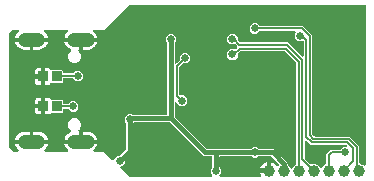
<source format=gbr>
G04 EAGLE Gerber RS-274X export*
G75*
%MOMM*%
%FSLAX34Y34*%
%LPD*%
%INBottom Copper*%
%IPPOS*%
%AMOC8*
5,1,8,0,0,1.08239X$1,22.5*%
G01*
%ADD10C,1.158000*%
%ADD11R,0.850000X0.900000*%
%ADD12C,1.000000*%
%ADD13C,0.656400*%
%ADD14C,0.200000*%
%ADD15C,0.406400*%

G36*
X241947Y8380D02*
X241947Y8380D01*
X242056Y8391D01*
X242086Y8403D01*
X242118Y8408D01*
X242217Y8455D01*
X242318Y8495D01*
X242343Y8515D01*
X242373Y8529D01*
X242454Y8602D01*
X242540Y8669D01*
X242559Y8695D01*
X242583Y8716D01*
X242630Y8794D01*
X242705Y8897D01*
X242722Y8943D01*
X242744Y8980D01*
X243149Y9958D01*
X244842Y11651D01*
X245616Y11972D01*
X245624Y11976D01*
X245634Y11979D01*
X245747Y12049D01*
X245859Y12115D01*
X245866Y12122D01*
X245874Y12127D01*
X245962Y12225D01*
X246052Y12321D01*
X246056Y12329D01*
X246063Y12336D01*
X246120Y12454D01*
X246180Y12572D01*
X246182Y12582D01*
X246186Y12590D01*
X246198Y12666D01*
X246232Y12849D01*
X246230Y12873D01*
X246233Y12895D01*
X246233Y97501D01*
X246225Y97559D01*
X246225Y97569D01*
X246222Y97579D01*
X246220Y97596D01*
X246215Y97692D01*
X246200Y97735D01*
X246193Y97780D01*
X246154Y97867D01*
X246122Y97958D01*
X246097Y97993D01*
X246077Y98037D01*
X245994Y98134D01*
X245941Y98207D01*
X236457Y107691D01*
X236381Y107748D01*
X236309Y107813D01*
X236268Y107833D01*
X236232Y107860D01*
X236142Y107894D01*
X236055Y107936D01*
X236013Y107942D01*
X235968Y107959D01*
X235840Y107969D01*
X235751Y107983D01*
X199249Y107983D01*
X199154Y107970D01*
X199058Y107965D01*
X199015Y107950D01*
X198970Y107943D01*
X198883Y107904D01*
X198792Y107872D01*
X198757Y107847D01*
X198713Y107827D01*
X198616Y107744D01*
X198543Y107691D01*
X196591Y105739D01*
X196534Y105663D01*
X196469Y105591D01*
X196449Y105550D01*
X196422Y105514D01*
X196388Y105424D01*
X196346Y105337D01*
X196340Y105295D01*
X196323Y105250D01*
X196313Y105122D01*
X196299Y105033D01*
X196299Y103219D01*
X193781Y100701D01*
X190219Y100701D01*
X187701Y103219D01*
X187701Y106781D01*
X190219Y109299D01*
X194033Y109299D01*
X194128Y109312D01*
X194224Y109317D01*
X194267Y109332D01*
X194312Y109339D01*
X194399Y109378D01*
X194490Y109410D01*
X194525Y109435D01*
X194569Y109455D01*
X194666Y109538D01*
X194739Y109591D01*
X195691Y110543D01*
X195941Y110793D01*
X195980Y110845D01*
X196026Y110890D01*
X196064Y110957D01*
X196111Y111019D01*
X196133Y111079D01*
X196165Y111135D01*
X196183Y111210D01*
X196210Y111283D01*
X196215Y111347D01*
X196230Y111410D01*
X196226Y111487D01*
X196232Y111564D01*
X196219Y111627D01*
X196216Y111691D01*
X196190Y111764D01*
X196174Y111840D01*
X196144Y111897D01*
X196123Y111958D01*
X196082Y112014D01*
X196042Y112089D01*
X195983Y112150D01*
X195941Y112207D01*
X195522Y112626D01*
X194739Y113409D01*
X194663Y113466D01*
X194591Y113531D01*
X194550Y113551D01*
X194514Y113578D01*
X194424Y113612D01*
X194337Y113654D01*
X194295Y113660D01*
X194250Y113677D01*
X194122Y113687D01*
X194033Y113701D01*
X190219Y113701D01*
X187701Y116219D01*
X187701Y119781D01*
X190219Y122299D01*
X193781Y122299D01*
X196299Y119781D01*
X196299Y117967D01*
X196312Y117872D01*
X196317Y117776D01*
X196332Y117733D01*
X196339Y117688D01*
X196378Y117601D01*
X196410Y117510D01*
X196435Y117475D01*
X196455Y117431D01*
X196538Y117334D01*
X196591Y117261D01*
X198374Y115478D01*
X198451Y115421D01*
X198522Y115356D01*
X198563Y115336D01*
X198599Y115309D01*
X198689Y115275D01*
X198776Y115233D01*
X198818Y115227D01*
X198863Y115209D01*
X198991Y115200D01*
X199080Y115186D01*
X238932Y115186D01*
X240406Y113712D01*
X250559Y103558D01*
X250585Y103539D01*
X250606Y103514D01*
X250698Y103454D01*
X250785Y103389D01*
X250815Y103377D01*
X250842Y103360D01*
X250947Y103328D01*
X251049Y103289D01*
X251081Y103287D01*
X251112Y103277D01*
X251221Y103276D01*
X251330Y103267D01*
X251362Y103274D01*
X251394Y103273D01*
X251499Y103303D01*
X251606Y103325D01*
X251635Y103340D01*
X251666Y103349D01*
X251759Y103406D01*
X251855Y103457D01*
X251878Y103480D01*
X251906Y103497D01*
X251979Y103578D01*
X252057Y103654D01*
X252073Y103682D01*
X252095Y103706D01*
X252142Y103804D01*
X252196Y103900D01*
X252204Y103931D01*
X252218Y103960D01*
X252232Y104049D01*
X252261Y104174D01*
X252259Y104222D01*
X252265Y104265D01*
X252265Y115774D01*
X252261Y115805D01*
X252263Y115838D01*
X252241Y115945D01*
X252225Y116053D01*
X252212Y116082D01*
X252206Y116114D01*
X252154Y116210D01*
X252109Y116310D01*
X252088Y116334D01*
X252073Y116363D01*
X251997Y116441D01*
X251926Y116524D01*
X251899Y116542D01*
X251876Y116565D01*
X251781Y116619D01*
X251690Y116678D01*
X251659Y116688D01*
X251631Y116704D01*
X251525Y116729D01*
X251420Y116761D01*
X251388Y116761D01*
X251356Y116769D01*
X251247Y116763D01*
X251138Y116765D01*
X251107Y116756D01*
X251075Y116754D01*
X250972Y116719D01*
X250909Y116701D01*
X247219Y116701D01*
X244701Y119219D01*
X244701Y122781D01*
X245198Y123277D01*
X245217Y123303D01*
X245242Y123324D01*
X245302Y123416D01*
X245367Y123503D01*
X245379Y123533D01*
X245396Y123560D01*
X245428Y123665D01*
X245467Y123767D01*
X245469Y123799D01*
X245479Y123830D01*
X245480Y123939D01*
X245489Y124048D01*
X245482Y124080D01*
X245483Y124112D01*
X245453Y124217D01*
X245431Y124324D01*
X245416Y124353D01*
X245407Y124384D01*
X245350Y124477D01*
X245299Y124573D01*
X245276Y124596D01*
X245259Y124624D01*
X245178Y124697D01*
X245102Y124775D01*
X245074Y124791D01*
X245050Y124813D01*
X244952Y124860D01*
X244857Y124914D01*
X244825Y124922D01*
X244796Y124936D01*
X244707Y124950D01*
X244582Y124979D01*
X244534Y124977D01*
X244492Y124983D01*
X215477Y124983D01*
X215382Y124970D01*
X215285Y124965D01*
X215242Y124950D01*
X215197Y124943D01*
X215110Y124904D01*
X215019Y124872D01*
X214985Y124847D01*
X214940Y124827D01*
X214843Y124744D01*
X214770Y124691D01*
X212781Y122701D01*
X209219Y122701D01*
X206701Y125219D01*
X206701Y128781D01*
X209219Y131299D01*
X212781Y131299D01*
X214770Y129309D01*
X214847Y129252D01*
X214918Y129187D01*
X214959Y129167D01*
X214996Y129140D01*
X215086Y129106D01*
X215172Y129064D01*
X215214Y129058D01*
X215259Y129041D01*
X215387Y129031D01*
X215477Y129017D01*
X252133Y129017D01*
X259315Y121835D01*
X259315Y37951D01*
X259328Y37856D01*
X259333Y37760D01*
X259348Y37717D01*
X259355Y37672D01*
X259394Y37585D01*
X259426Y37494D01*
X259451Y37459D01*
X259471Y37415D01*
X259554Y37318D01*
X259607Y37245D01*
X261043Y35809D01*
X261119Y35752D01*
X261191Y35687D01*
X261232Y35667D01*
X261268Y35640D01*
X261358Y35606D01*
X261445Y35564D01*
X261487Y35558D01*
X261532Y35541D01*
X261660Y35531D01*
X261749Y35517D01*
X291335Y35517D01*
X299117Y27735D01*
X299117Y13666D01*
X299126Y13602D01*
X299125Y13538D01*
X299146Y13463D01*
X299157Y13387D01*
X299183Y13328D01*
X299200Y13266D01*
X299241Y13200D01*
X299273Y13130D01*
X299315Y13081D01*
X299348Y13026D01*
X299406Y12974D01*
X299456Y12916D01*
X299510Y12880D01*
X299558Y12837D01*
X299627Y12804D01*
X299692Y12761D01*
X299754Y12742D01*
X299811Y12714D01*
X299881Y12703D01*
X299962Y12679D01*
X300047Y12678D01*
X300116Y12667D01*
X300297Y12667D01*
X302508Y11751D01*
X303031Y11227D01*
X303057Y11208D01*
X303078Y11184D01*
X303170Y11124D01*
X303257Y11058D01*
X303287Y11047D01*
X303314Y11029D01*
X303419Y10997D01*
X303521Y10959D01*
X303553Y10956D01*
X303584Y10947D01*
X303693Y10945D01*
X303802Y10937D01*
X303834Y10943D01*
X303866Y10943D01*
X303971Y10972D01*
X304078Y10994D01*
X304107Y11010D01*
X304138Y11018D01*
X304231Y11076D01*
X304327Y11127D01*
X304350Y11149D01*
X304378Y11166D01*
X304451Y11247D01*
X304529Y11324D01*
X304545Y11352D01*
X304567Y11376D01*
X304614Y11474D01*
X304668Y11569D01*
X304676Y11601D01*
X304690Y11629D01*
X304704Y11719D01*
X304733Y11844D01*
X304731Y11892D01*
X304737Y11934D01*
X304737Y146238D01*
X304728Y146302D01*
X304729Y146366D01*
X304708Y146441D01*
X304697Y146517D01*
X304671Y146576D01*
X304654Y146638D01*
X304613Y146704D01*
X304581Y146774D01*
X304539Y146823D01*
X304506Y146878D01*
X304448Y146930D01*
X304398Y146988D01*
X304344Y147024D01*
X304296Y147067D01*
X304227Y147100D01*
X304162Y147143D01*
X304100Y147162D01*
X304043Y147190D01*
X303973Y147201D01*
X303892Y147225D01*
X303807Y147226D01*
X303738Y147237D01*
X105308Y147237D01*
X105213Y147224D01*
X105117Y147219D01*
X105074Y147204D01*
X105029Y147197D01*
X104942Y147158D01*
X104851Y147126D01*
X104816Y147101D01*
X104772Y147081D01*
X104675Y146998D01*
X104602Y146945D01*
X83644Y125987D01*
X75027Y125987D01*
X74899Y125969D01*
X74769Y125954D01*
X74759Y125949D01*
X74748Y125947D01*
X74630Y125894D01*
X74510Y125843D01*
X74501Y125836D01*
X74491Y125831D01*
X74392Y125747D01*
X74292Y125665D01*
X74285Y125655D01*
X74276Y125648D01*
X74205Y125539D01*
X74132Y125432D01*
X74128Y125422D01*
X74122Y125412D01*
X74084Y125288D01*
X74043Y125164D01*
X74043Y125153D01*
X74040Y125142D01*
X74038Y125013D01*
X74033Y124883D01*
X74036Y124871D01*
X74036Y124860D01*
X74070Y124735D01*
X74102Y124609D01*
X74108Y124599D01*
X74111Y124588D01*
X74179Y124478D01*
X74245Y124366D01*
X74253Y124359D01*
X74259Y124348D01*
X74469Y124159D01*
X74470Y124158D01*
X74472Y124157D01*
X74751Y123971D01*
X75911Y122811D01*
X76823Y121446D01*
X77451Y119930D01*
X77611Y119124D01*
X64275Y119124D01*
X64212Y119115D01*
X64147Y119116D01*
X64073Y119095D01*
X63996Y119084D01*
X63938Y119058D01*
X63876Y119041D01*
X63810Y119000D01*
X63739Y118968D01*
X63690Y118926D01*
X63647Y118900D01*
X63631Y118911D01*
X63583Y118954D01*
X63514Y118987D01*
X63449Y119030D01*
X63387Y119049D01*
X63329Y119077D01*
X63260Y119088D01*
X63179Y119112D01*
X63094Y119113D01*
X63025Y119124D01*
X49689Y119124D01*
X49849Y119930D01*
X50477Y121446D01*
X51389Y122811D01*
X52549Y123971D01*
X52828Y124157D01*
X52925Y124244D01*
X53024Y124328D01*
X53030Y124338D01*
X53038Y124345D01*
X53106Y124455D01*
X53178Y124564D01*
X53181Y124575D01*
X53187Y124585D01*
X53222Y124710D01*
X53260Y124834D01*
X53261Y124845D01*
X53264Y124856D01*
X53262Y124986D01*
X53264Y125116D01*
X53261Y125127D01*
X53261Y125138D01*
X53224Y125262D01*
X53189Y125388D01*
X53183Y125397D01*
X53180Y125408D01*
X53109Y125517D01*
X53041Y125628D01*
X53032Y125635D01*
X53026Y125645D01*
X52928Y125730D01*
X52831Y125817D01*
X52821Y125822D01*
X52813Y125829D01*
X52694Y125883D01*
X52578Y125940D01*
X52567Y125941D01*
X52556Y125946D01*
X52277Y125987D01*
X52275Y125987D01*
X52273Y125987D01*
X33227Y125987D01*
X33099Y125969D01*
X32969Y125954D01*
X32959Y125949D01*
X32948Y125947D01*
X32830Y125894D01*
X32710Y125843D01*
X32701Y125836D01*
X32691Y125831D01*
X32592Y125747D01*
X32492Y125665D01*
X32485Y125655D01*
X32476Y125648D01*
X32405Y125539D01*
X32332Y125432D01*
X32328Y125422D01*
X32322Y125412D01*
X32284Y125288D01*
X32243Y125164D01*
X32243Y125153D01*
X32240Y125142D01*
X32238Y125013D01*
X32233Y124883D01*
X32236Y124871D01*
X32236Y124860D01*
X32270Y124735D01*
X32302Y124609D01*
X32308Y124599D01*
X32311Y124588D01*
X32379Y124478D01*
X32445Y124366D01*
X32453Y124359D01*
X32459Y124348D01*
X32669Y124159D01*
X32670Y124158D01*
X32672Y124157D01*
X32951Y123971D01*
X34111Y122811D01*
X35023Y121446D01*
X35651Y119930D01*
X35811Y119124D01*
X22475Y119124D01*
X22412Y119115D01*
X22347Y119116D01*
X22273Y119095D01*
X22196Y119084D01*
X22138Y119058D01*
X22076Y119041D01*
X22010Y119000D01*
X21939Y118968D01*
X21890Y118926D01*
X21847Y118900D01*
X21831Y118911D01*
X21783Y118954D01*
X21714Y118987D01*
X21649Y119030D01*
X21587Y119049D01*
X21529Y119077D01*
X21460Y119088D01*
X21379Y119112D01*
X21294Y119113D01*
X21225Y119124D01*
X7889Y119124D01*
X8049Y119930D01*
X8677Y121446D01*
X9589Y122811D01*
X10749Y123971D01*
X11028Y124157D01*
X11125Y124244D01*
X11224Y124328D01*
X11230Y124338D01*
X11238Y124345D01*
X11306Y124455D01*
X11378Y124564D01*
X11381Y124575D01*
X11387Y124585D01*
X11422Y124710D01*
X11460Y124834D01*
X11461Y124845D01*
X11464Y124856D01*
X11462Y124986D01*
X11464Y125116D01*
X11461Y125127D01*
X11461Y125138D01*
X11424Y125262D01*
X11389Y125388D01*
X11383Y125397D01*
X11380Y125408D01*
X11309Y125517D01*
X11241Y125628D01*
X11232Y125635D01*
X11226Y125645D01*
X11128Y125730D01*
X11031Y125817D01*
X11021Y125822D01*
X11013Y125829D01*
X10894Y125883D01*
X10778Y125940D01*
X10767Y125941D01*
X10756Y125946D01*
X10477Y125987D01*
X10475Y125987D01*
X10473Y125987D01*
X6558Y125987D01*
X6463Y125974D01*
X6367Y125969D01*
X6324Y125954D01*
X6279Y125947D01*
X6191Y125908D01*
X6101Y125876D01*
X6066Y125851D01*
X6022Y125831D01*
X5925Y125748D01*
X5852Y125695D01*
X3055Y122898D01*
X2998Y122821D01*
X2933Y122750D01*
X2913Y122709D01*
X2886Y122673D01*
X2852Y122583D01*
X2810Y122496D01*
X2804Y122454D01*
X2787Y122409D01*
X2777Y122281D01*
X2763Y122192D01*
X2763Y26558D01*
X2776Y26463D01*
X2781Y26367D01*
X2796Y26324D01*
X2803Y26279D01*
X2842Y26192D01*
X2874Y26101D01*
X2899Y26066D01*
X2919Y26022D01*
X3002Y25925D01*
X3055Y25852D01*
X5852Y23055D01*
X5928Y22998D01*
X6000Y22933D01*
X6041Y22913D01*
X6077Y22886D01*
X6167Y22852D01*
X6254Y22810D01*
X6296Y22804D01*
X6341Y22787D01*
X6469Y22777D01*
X6558Y22763D01*
X10249Y22763D01*
X10377Y22781D01*
X10506Y22796D01*
X10517Y22801D01*
X10528Y22803D01*
X10646Y22856D01*
X10766Y22907D01*
X10774Y22914D01*
X10785Y22919D01*
X10883Y23003D01*
X10984Y23085D01*
X10990Y23095D01*
X10999Y23102D01*
X11070Y23211D01*
X11144Y23318D01*
X11147Y23329D01*
X11154Y23338D01*
X11191Y23462D01*
X11232Y23586D01*
X11233Y23597D01*
X11236Y23608D01*
X11238Y23738D01*
X11242Y23867D01*
X11239Y23878D01*
X11240Y23890D01*
X11205Y24015D01*
X11173Y24141D01*
X11167Y24151D01*
X11164Y24162D01*
X11096Y24272D01*
X11031Y24384D01*
X11023Y24391D01*
X11016Y24402D01*
X10807Y24591D01*
X10805Y24592D01*
X10804Y24593D01*
X10749Y24629D01*
X9589Y25789D01*
X8677Y27154D01*
X8049Y28670D01*
X7889Y29476D01*
X21225Y29476D01*
X21288Y29485D01*
X21353Y29484D01*
X21427Y29505D01*
X21504Y29516D01*
X21562Y29542D01*
X21624Y29559D01*
X21690Y29600D01*
X21761Y29632D01*
X21810Y29673D01*
X21853Y29700D01*
X21869Y29689D01*
X21917Y29646D01*
X21986Y29613D01*
X22051Y29570D01*
X22113Y29551D01*
X22171Y29523D01*
X22240Y29512D01*
X22321Y29488D01*
X22406Y29487D01*
X22475Y29476D01*
X35811Y29476D01*
X35651Y28670D01*
X35023Y27154D01*
X34111Y25789D01*
X32951Y24629D01*
X32896Y24593D01*
X32799Y24506D01*
X32701Y24422D01*
X32695Y24412D01*
X32686Y24405D01*
X32618Y24295D01*
X32546Y24186D01*
X32543Y24175D01*
X32537Y24165D01*
X32502Y24040D01*
X32464Y23916D01*
X32464Y23905D01*
X32461Y23894D01*
X32462Y23762D01*
X32460Y23634D01*
X32463Y23623D01*
X32463Y23612D01*
X32501Y23487D01*
X32536Y23362D01*
X32542Y23353D01*
X32545Y23342D01*
X32615Y23233D01*
X32684Y23122D01*
X32692Y23115D01*
X32698Y23105D01*
X32797Y23020D01*
X32893Y22933D01*
X32903Y22928D01*
X32912Y22921D01*
X33030Y22867D01*
X33147Y22810D01*
X33157Y22809D01*
X33168Y22804D01*
X33447Y22763D01*
X33450Y22763D01*
X33451Y22763D01*
X52049Y22763D01*
X52177Y22781D01*
X52306Y22797D01*
X52317Y22801D01*
X52328Y22803D01*
X52446Y22856D01*
X52566Y22907D01*
X52575Y22914D01*
X52585Y22919D01*
X52683Y23003D01*
X52784Y23085D01*
X52790Y23095D01*
X52799Y23102D01*
X52870Y23210D01*
X52944Y23318D01*
X52947Y23329D01*
X52954Y23338D01*
X52992Y23462D01*
X53032Y23586D01*
X53033Y23597D01*
X53036Y23608D01*
X53038Y23738D01*
X53042Y23868D01*
X53040Y23879D01*
X53040Y23890D01*
X53005Y24015D01*
X52973Y24141D01*
X52968Y24151D01*
X52964Y24162D01*
X52896Y24272D01*
X52831Y24384D01*
X52823Y24392D01*
X52816Y24402D01*
X52607Y24591D01*
X52605Y24592D01*
X52604Y24593D01*
X52549Y24629D01*
X51389Y25789D01*
X50477Y27154D01*
X49849Y28670D01*
X49689Y29476D01*
X63025Y29476D01*
X63088Y29485D01*
X63153Y29484D01*
X63227Y29505D01*
X63304Y29516D01*
X63362Y29542D01*
X63424Y29559D01*
X63490Y29600D01*
X63561Y29632D01*
X63610Y29673D01*
X63653Y29700D01*
X63669Y29689D01*
X63717Y29646D01*
X63786Y29613D01*
X63851Y29570D01*
X63913Y29551D01*
X63971Y29523D01*
X64040Y29512D01*
X64121Y29488D01*
X64206Y29487D01*
X64275Y29476D01*
X77611Y29476D01*
X77451Y28670D01*
X76823Y27154D01*
X75911Y25789D01*
X74751Y24629D01*
X74696Y24593D01*
X74599Y24506D01*
X74501Y24422D01*
X74495Y24412D01*
X74486Y24405D01*
X74418Y24295D01*
X74346Y24186D01*
X74343Y24175D01*
X74337Y24165D01*
X74302Y24040D01*
X74264Y23916D01*
X74264Y23905D01*
X74261Y23894D01*
X74262Y23764D01*
X74260Y23634D01*
X74263Y23623D01*
X74263Y23612D01*
X74301Y23488D01*
X74336Y23362D01*
X74341Y23353D01*
X74345Y23342D01*
X74415Y23233D01*
X74484Y23122D01*
X74492Y23115D01*
X74498Y23105D01*
X74596Y23021D01*
X74693Y22933D01*
X74703Y22928D01*
X74712Y22921D01*
X74830Y22867D01*
X74947Y22810D01*
X74957Y22809D01*
X74968Y22804D01*
X75247Y22763D01*
X75249Y22763D01*
X75251Y22763D01*
X83644Y22763D01*
X90387Y16020D01*
X90412Y16001D01*
X90433Y15976D01*
X90525Y15917D01*
X90612Y15851D01*
X90642Y15840D01*
X90669Y15822D01*
X90774Y15790D01*
X90876Y15752D01*
X90908Y15749D01*
X90939Y15740D01*
X91048Y15738D01*
X91157Y15730D01*
X91189Y15736D01*
X91221Y15736D01*
X91327Y15765D01*
X91433Y15787D01*
X91462Y15802D01*
X91493Y15811D01*
X91586Y15869D01*
X91682Y15920D01*
X91706Y15942D01*
X91733Y15959D01*
X91806Y16040D01*
X91884Y16117D01*
X91900Y16145D01*
X91922Y16169D01*
X91970Y16267D01*
X92024Y16362D01*
X92031Y16393D01*
X92045Y16422D01*
X92059Y16512D01*
X92088Y16636D01*
X92086Y16685D01*
X92093Y16727D01*
X92093Y16774D01*
X94611Y19292D01*
X95965Y19292D01*
X96059Y19306D01*
X96156Y19311D01*
X96199Y19326D01*
X96244Y19332D01*
X96331Y19372D01*
X96422Y19403D01*
X96457Y19428D01*
X96501Y19448D01*
X96598Y19532D01*
X96671Y19585D01*
X101659Y24572D01*
X101716Y24649D01*
X101781Y24721D01*
X101801Y24762D01*
X101828Y24798D01*
X101862Y24888D01*
X101904Y24974D01*
X101910Y25016D01*
X101927Y25062D01*
X101937Y25189D01*
X101951Y25279D01*
X101951Y46555D01*
X101938Y46650D01*
X101933Y46747D01*
X101918Y46790D01*
X101911Y46835D01*
X101872Y46922D01*
X101840Y47013D01*
X101815Y47047D01*
X101795Y47092D01*
X101712Y47189D01*
X101659Y47262D01*
X100701Y48219D01*
X100701Y51781D01*
X103219Y54299D01*
X106795Y54299D01*
X106815Y54284D01*
X106886Y54219D01*
X106927Y54199D01*
X106964Y54172D01*
X107054Y54138D01*
X107140Y54096D01*
X107182Y54090D01*
X107227Y54073D01*
X107355Y54063D01*
X107445Y54049D01*
X135952Y54049D01*
X136016Y54058D01*
X136080Y54057D01*
X136155Y54078D01*
X136231Y54089D01*
X136290Y54115D01*
X136352Y54132D01*
X136418Y54173D01*
X136488Y54205D01*
X136537Y54247D01*
X136592Y54280D01*
X136644Y54338D01*
X136702Y54388D01*
X136738Y54442D01*
X136781Y54490D01*
X136814Y54559D01*
X136857Y54624D01*
X136876Y54686D01*
X136904Y54743D01*
X136915Y54813D01*
X136939Y54894D01*
X136940Y54979D01*
X136951Y55048D01*
X136951Y114555D01*
X136938Y114650D01*
X136933Y114747D01*
X136918Y114790D01*
X136911Y114835D01*
X136872Y114922D01*
X136840Y115013D01*
X136815Y115047D01*
X136795Y115092D01*
X136712Y115189D01*
X136659Y115262D01*
X135701Y116219D01*
X135701Y119781D01*
X138219Y122299D01*
X141781Y122299D01*
X144299Y119781D01*
X144299Y116219D01*
X143341Y115262D01*
X143284Y115185D01*
X143219Y115114D01*
X143199Y115073D01*
X143172Y115036D01*
X143138Y114946D01*
X143096Y114860D01*
X143090Y114818D01*
X143073Y114773D01*
X143063Y114645D01*
X143049Y114555D01*
X143049Y98313D01*
X143053Y98281D01*
X143051Y98249D01*
X143073Y98142D01*
X143089Y98034D01*
X143102Y98005D01*
X143108Y97973D01*
X143160Y97877D01*
X143205Y97777D01*
X143226Y97753D01*
X143241Y97724D01*
X143317Y97646D01*
X143388Y97563D01*
X143415Y97545D01*
X143438Y97522D01*
X143533Y97468D01*
X143624Y97408D01*
X143655Y97399D01*
X143683Y97383D01*
X143789Y97358D01*
X143894Y97326D01*
X143926Y97325D01*
X143957Y97318D01*
X144067Y97324D01*
X144176Y97322D01*
X144207Y97331D01*
X144239Y97332D01*
X144342Y97368D01*
X144448Y97397D01*
X144475Y97414D01*
X144506Y97425D01*
X144579Y97478D01*
X144688Y97546D01*
X144720Y97582D01*
X144755Y97607D01*
X147409Y100261D01*
X147466Y100338D01*
X147531Y100409D01*
X147551Y100450D01*
X147578Y100486D01*
X147612Y100576D01*
X147654Y100663D01*
X147660Y100705D01*
X147677Y100750D01*
X147687Y100878D01*
X147701Y100967D01*
X147701Y103781D01*
X150219Y106299D01*
X153781Y106299D01*
X156299Y103781D01*
X156299Y100219D01*
X153781Y97701D01*
X150967Y97701D01*
X150872Y97688D01*
X150776Y97683D01*
X150733Y97668D01*
X150688Y97661D01*
X150601Y97622D01*
X150510Y97590D01*
X150475Y97565D01*
X150431Y97545D01*
X150334Y97462D01*
X150261Y97409D01*
X147309Y94457D01*
X147252Y94381D01*
X147187Y94309D01*
X147167Y94268D01*
X147140Y94232D01*
X147106Y94142D01*
X147064Y94055D01*
X147058Y94013D01*
X147041Y93968D01*
X147031Y93840D01*
X147017Y93751D01*
X147017Y71298D01*
X147026Y71234D01*
X147025Y71170D01*
X147046Y71095D01*
X147057Y71019D01*
X147083Y70960D01*
X147100Y70898D01*
X147141Y70832D01*
X147173Y70762D01*
X147215Y70713D01*
X147248Y70658D01*
X147306Y70606D01*
X147356Y70548D01*
X147410Y70512D01*
X147458Y70469D01*
X147527Y70436D01*
X147592Y70393D01*
X147654Y70374D01*
X147711Y70346D01*
X147781Y70335D01*
X147862Y70311D01*
X147947Y70310D01*
X148016Y70299D01*
X150781Y70299D01*
X153299Y67781D01*
X153299Y64219D01*
X150781Y61701D01*
X147219Y61701D01*
X144755Y64166D01*
X144729Y64185D01*
X144708Y64210D01*
X144616Y64270D01*
X144529Y64335D01*
X144499Y64347D01*
X144472Y64364D01*
X144367Y64396D01*
X144265Y64435D01*
X144233Y64437D01*
X144202Y64447D01*
X144093Y64448D01*
X143984Y64457D01*
X143952Y64450D01*
X143920Y64451D01*
X143815Y64421D01*
X143708Y64399D01*
X143679Y64384D01*
X143648Y64375D01*
X143555Y64318D01*
X143459Y64267D01*
X143436Y64244D01*
X143408Y64227D01*
X143335Y64146D01*
X143257Y64070D01*
X143241Y64042D01*
X143219Y64018D01*
X143172Y63920D01*
X143118Y63825D01*
X143110Y63793D01*
X143096Y63764D01*
X143082Y63675D01*
X143053Y63550D01*
X143055Y63502D01*
X143049Y63460D01*
X143049Y52677D01*
X143062Y52582D01*
X143067Y52486D01*
X143082Y52442D01*
X143089Y52398D01*
X143128Y52310D01*
X143160Y52219D01*
X143185Y52185D01*
X143205Y52141D01*
X143288Y52043D01*
X143341Y51970D01*
X169970Y25341D01*
X170047Y25284D01*
X170118Y25219D01*
X170159Y25199D01*
X170196Y25172D01*
X170286Y25138D01*
X170372Y25096D01*
X170414Y25090D01*
X170460Y25073D01*
X170587Y25063D01*
X170677Y25049D01*
X207555Y25049D01*
X207650Y25062D01*
X207747Y25067D01*
X207790Y25082D01*
X207835Y25089D01*
X207922Y25128D01*
X208013Y25160D01*
X208047Y25185D01*
X208092Y25205D01*
X208189Y25288D01*
X208262Y25341D01*
X209219Y26299D01*
X212781Y26299D01*
X213738Y25341D01*
X213815Y25284D01*
X213886Y25219D01*
X213927Y25199D01*
X213964Y25172D01*
X214054Y25138D01*
X214140Y25096D01*
X214182Y25090D01*
X214227Y25073D01*
X214355Y25063D01*
X214445Y25049D01*
X227263Y25049D01*
X238399Y13913D01*
X238399Y12524D01*
X238412Y12429D01*
X238417Y12333D01*
X238432Y12290D01*
X238439Y12245D01*
X238478Y12157D01*
X238510Y12066D01*
X238535Y12032D01*
X238555Y11988D01*
X238624Y11908D01*
X238650Y11865D01*
X238670Y11846D01*
X238691Y11817D01*
X240451Y10058D01*
X240898Y8980D01*
X240914Y8952D01*
X240924Y8921D01*
X240986Y8831D01*
X241041Y8737D01*
X241065Y8715D01*
X241083Y8688D01*
X241167Y8619D01*
X241247Y8544D01*
X241276Y8529D01*
X241300Y8509D01*
X241401Y8466D01*
X241498Y8416D01*
X241530Y8410D01*
X241560Y8397D01*
X241668Y8384D01*
X241775Y8364D01*
X241808Y8367D01*
X241839Y8363D01*
X241947Y8380D01*
G37*
G36*
X174027Y1517D02*
X174027Y1517D01*
X174060Y1515D01*
X174167Y1537D01*
X174275Y1553D01*
X174304Y1566D01*
X174336Y1572D01*
X174432Y1624D01*
X174532Y1669D01*
X174556Y1690D01*
X174585Y1705D01*
X174663Y1781D01*
X174746Y1852D01*
X174764Y1879D01*
X174787Y1902D01*
X174841Y1997D01*
X174900Y2088D01*
X174910Y2119D01*
X174926Y2147D01*
X174951Y2253D01*
X174983Y2358D01*
X174983Y2390D01*
X174991Y2421D01*
X174985Y2531D01*
X174987Y2640D01*
X174978Y2671D01*
X174976Y2703D01*
X174941Y2806D01*
X174911Y2912D01*
X174894Y2939D01*
X174884Y2970D01*
X174831Y3043D01*
X174763Y3152D01*
X174727Y3184D01*
X174702Y3219D01*
X173701Y4219D01*
X173701Y7781D01*
X174659Y8738D01*
X174716Y8815D01*
X174781Y8886D01*
X174801Y8927D01*
X174828Y8963D01*
X174862Y9053D01*
X174904Y9140D01*
X174910Y9182D01*
X174927Y9227D01*
X174936Y9343D01*
X174939Y9353D01*
X174940Y9369D01*
X174951Y9444D01*
X174951Y17952D01*
X174942Y18016D01*
X174943Y18080D01*
X174922Y18155D01*
X174911Y18231D01*
X174885Y18290D01*
X174868Y18352D01*
X174827Y18418D01*
X174795Y18488D01*
X174753Y18537D01*
X174720Y18592D01*
X174662Y18644D01*
X174612Y18702D01*
X174558Y18738D01*
X174510Y18781D01*
X174441Y18814D01*
X174376Y18857D01*
X174314Y18876D01*
X174257Y18904D01*
X174187Y18915D01*
X174106Y18939D01*
X174021Y18940D01*
X173952Y18951D01*
X167737Y18951D01*
X139030Y47659D01*
X138953Y47716D01*
X138882Y47781D01*
X138841Y47801D01*
X138804Y47828D01*
X138714Y47862D01*
X138628Y47904D01*
X138586Y47910D01*
X138540Y47927D01*
X138413Y47937D01*
X138323Y47951D01*
X109445Y47951D01*
X109350Y47938D01*
X109253Y47933D01*
X109210Y47918D01*
X109165Y47911D01*
X109078Y47872D01*
X108987Y47840D01*
X108953Y47815D01*
X108908Y47795D01*
X108811Y47712D01*
X108738Y47659D01*
X108341Y47262D01*
X108284Y47185D01*
X108219Y47114D01*
X108199Y47073D01*
X108172Y47036D01*
X108138Y46946D01*
X108096Y46860D01*
X108090Y46818D01*
X108073Y46773D01*
X108063Y46645D01*
X108061Y46634D01*
X108061Y46633D01*
X108061Y46632D01*
X108049Y46555D01*
X108049Y22339D01*
X100983Y15273D01*
X100925Y15197D01*
X100861Y15125D01*
X100841Y15084D01*
X100813Y15048D01*
X100779Y14958D01*
X100738Y14871D01*
X100731Y14829D01*
X100714Y14784D01*
X100705Y14666D01*
X100702Y14657D01*
X100702Y14642D01*
X100690Y14567D01*
X100690Y13213D01*
X98172Y10695D01*
X98125Y10695D01*
X98093Y10690D01*
X98061Y10693D01*
X97954Y10670D01*
X97845Y10655D01*
X97816Y10642D01*
X97785Y10635D01*
X97688Y10584D01*
X97589Y10539D01*
X97564Y10518D01*
X97536Y10503D01*
X97457Y10426D01*
X97374Y10355D01*
X97357Y10328D01*
X97333Y10306D01*
X97280Y10211D01*
X97220Y10119D01*
X97210Y10089D01*
X97194Y10061D01*
X97169Y9954D01*
X97137Y9850D01*
X97137Y9818D01*
X97130Y9786D01*
X97135Y9677D01*
X97134Y9568D01*
X97142Y9537D01*
X97144Y9504D01*
X97180Y9401D01*
X97209Y9296D01*
X97226Y9268D01*
X97236Y9238D01*
X97290Y9165D01*
X97357Y9056D01*
X97393Y9023D01*
X97418Y8989D01*
X104602Y1805D01*
X104678Y1748D01*
X104750Y1683D01*
X104791Y1663D01*
X104827Y1636D01*
X104917Y1602D01*
X105004Y1560D01*
X105046Y1554D01*
X105091Y1537D01*
X105219Y1527D01*
X105308Y1513D01*
X173996Y1513D01*
X174027Y1517D01*
G37*
G36*
X215419Y1523D02*
X215419Y1523D01*
X215494Y1524D01*
X215558Y1543D01*
X215623Y1553D01*
X215692Y1584D01*
X215764Y1605D01*
X215820Y1642D01*
X215880Y1669D01*
X215937Y1718D01*
X216001Y1759D01*
X216044Y1809D01*
X216094Y1852D01*
X216136Y1915D01*
X216185Y1973D01*
X216213Y2033D01*
X216249Y2088D01*
X216271Y2160D01*
X216302Y2229D01*
X216312Y2295D01*
X216331Y2358D01*
X216332Y2433D01*
X216343Y2508D01*
X216334Y2574D01*
X216335Y2640D01*
X216315Y2713D01*
X216304Y2788D01*
X216279Y2843D01*
X216260Y2912D01*
X216208Y2996D01*
X216175Y3067D01*
X216167Y3078D01*
X215599Y4451D01*
X215559Y4651D01*
X221850Y4651D01*
X221914Y4660D01*
X221978Y4659D01*
X222052Y4680D01*
X222129Y4691D01*
X222188Y4717D01*
X222250Y4734D01*
X222316Y4775D01*
X222386Y4807D01*
X222435Y4849D01*
X222490Y4882D01*
X222541Y4940D01*
X222600Y4990D01*
X222636Y5044D01*
X222679Y5092D01*
X222712Y5161D01*
X222755Y5226D01*
X222774Y5288D01*
X222802Y5345D01*
X222812Y5415D01*
X222837Y5496D01*
X222838Y5581D01*
X222849Y5650D01*
X222849Y6651D01*
X223850Y6651D01*
X223914Y6660D01*
X223978Y6659D01*
X224053Y6680D01*
X224129Y6691D01*
X224188Y6717D01*
X224250Y6734D01*
X224316Y6775D01*
X224386Y6807D01*
X224435Y6849D01*
X224490Y6882D01*
X224542Y6940D01*
X224600Y6990D01*
X224636Y7044D01*
X224679Y7092D01*
X224712Y7161D01*
X224755Y7226D01*
X224774Y7288D01*
X224802Y7346D01*
X224812Y7415D01*
X224837Y7496D01*
X224838Y7581D01*
X224849Y7650D01*
X224849Y13941D01*
X225050Y13901D01*
X226422Y13333D01*
X227657Y12507D01*
X228707Y11457D01*
X229209Y10706D01*
X229223Y10691D01*
X229232Y10672D01*
X229316Y10586D01*
X229397Y10496D01*
X229415Y10485D01*
X229429Y10470D01*
X229534Y10411D01*
X229636Y10347D01*
X229656Y10342D01*
X229675Y10331D01*
X229792Y10304D01*
X229908Y10271D01*
X229929Y10271D01*
X229949Y10266D01*
X230070Y10273D01*
X230190Y10274D01*
X230210Y10280D01*
X230231Y10281D01*
X230345Y10320D01*
X230460Y10355D01*
X230477Y10366D01*
X230497Y10373D01*
X230571Y10427D01*
X230696Y10509D01*
X230720Y10536D01*
X230746Y10555D01*
X231233Y11042D01*
X231272Y11093D01*
X231318Y11138D01*
X231356Y11206D01*
X231402Y11268D01*
X231425Y11328D01*
X231457Y11384D01*
X231475Y11459D01*
X231502Y11532D01*
X231507Y11595D01*
X231522Y11658D01*
X231518Y11736D01*
X231524Y11813D01*
X231511Y11875D01*
X231507Y11940D01*
X231482Y12013D01*
X231466Y12089D01*
X231436Y12146D01*
X231415Y12206D01*
X231374Y12263D01*
X231334Y12338D01*
X231275Y12399D01*
X231233Y12455D01*
X225030Y18659D01*
X224953Y18716D01*
X224882Y18781D01*
X224841Y18801D01*
X224804Y18828D01*
X224714Y18862D01*
X224628Y18904D01*
X224586Y18910D01*
X224540Y18927D01*
X224413Y18937D01*
X224323Y18951D01*
X214445Y18951D01*
X214350Y18938D01*
X214253Y18933D01*
X214210Y18918D01*
X214165Y18911D01*
X214078Y18872D01*
X213987Y18840D01*
X213953Y18815D01*
X213908Y18795D01*
X213811Y18712D01*
X213738Y18659D01*
X212781Y17701D01*
X209219Y17701D01*
X208262Y18659D01*
X208185Y18716D01*
X208114Y18781D01*
X208073Y18801D01*
X208036Y18828D01*
X207946Y18862D01*
X207860Y18904D01*
X207818Y18910D01*
X207773Y18927D01*
X207645Y18937D01*
X207555Y18951D01*
X182048Y18951D01*
X181984Y18942D01*
X181920Y18943D01*
X181845Y18922D01*
X181769Y18911D01*
X181710Y18885D01*
X181648Y18868D01*
X181582Y18827D01*
X181512Y18795D01*
X181463Y18753D01*
X181408Y18720D01*
X181356Y18662D01*
X181298Y18612D01*
X181262Y18558D01*
X181219Y18510D01*
X181186Y18441D01*
X181143Y18376D01*
X181124Y18314D01*
X181096Y18257D01*
X181085Y18187D01*
X181061Y18106D01*
X181060Y18021D01*
X181049Y17952D01*
X181049Y9444D01*
X181057Y9386D01*
X181057Y9379D01*
X181059Y9370D01*
X181062Y9349D01*
X181067Y9253D01*
X181082Y9210D01*
X181089Y9165D01*
X181128Y9078D01*
X181160Y8987D01*
X181185Y8952D01*
X181205Y8908D01*
X181288Y8811D01*
X181341Y8738D01*
X182299Y7781D01*
X182299Y4219D01*
X181298Y3219D01*
X181279Y3193D01*
X181254Y3172D01*
X181194Y3080D01*
X181129Y2993D01*
X181117Y2963D01*
X181100Y2936D01*
X181068Y2831D01*
X181029Y2729D01*
X181027Y2697D01*
X181017Y2666D01*
X181016Y2557D01*
X181007Y2448D01*
X181014Y2416D01*
X181013Y2384D01*
X181043Y2279D01*
X181065Y2172D01*
X181080Y2143D01*
X181089Y2112D01*
X181146Y2019D01*
X181197Y1923D01*
X181220Y1900D01*
X181237Y1872D01*
X181318Y1799D01*
X181394Y1721D01*
X181422Y1705D01*
X181446Y1683D01*
X181544Y1636D01*
X181639Y1582D01*
X181671Y1574D01*
X181700Y1560D01*
X181789Y1546D01*
X181914Y1517D01*
X181962Y1519D01*
X182004Y1513D01*
X215344Y1513D01*
X215419Y1523D01*
G37*
G36*
X267406Y8722D02*
X267406Y8722D01*
X267515Y8732D01*
X267545Y8744D01*
X267577Y8749D01*
X267675Y8796D01*
X267777Y8837D01*
X267802Y8857D01*
X267831Y8870D01*
X267913Y8943D01*
X267999Y9010D01*
X268018Y9036D01*
X268042Y9058D01*
X268089Y9135D01*
X268164Y9239D01*
X268180Y9285D01*
X268202Y9321D01*
X268549Y10158D01*
X270242Y11851D01*
X271016Y12172D01*
X271024Y12176D01*
X271034Y12179D01*
X271147Y12249D01*
X271259Y12315D01*
X271266Y12322D01*
X271274Y12327D01*
X271362Y12425D01*
X271452Y12521D01*
X271456Y12529D01*
X271463Y12536D01*
X271520Y12654D01*
X271580Y12772D01*
X271582Y12782D01*
X271586Y12790D01*
X271598Y12866D01*
X271632Y13049D01*
X271630Y13073D01*
X271633Y13095D01*
X271633Y20485D01*
X275165Y24017D01*
X282523Y24017D01*
X282618Y24030D01*
X282715Y24035D01*
X282758Y24050D01*
X282803Y24057D01*
X282890Y24096D01*
X282981Y24128D01*
X283015Y24153D01*
X283060Y24173D01*
X283157Y24256D01*
X283230Y24309D01*
X285219Y26299D01*
X288171Y26299D01*
X288203Y26303D01*
X288236Y26301D01*
X288343Y26323D01*
X288451Y26339D01*
X288480Y26352D01*
X288512Y26358D01*
X288608Y26410D01*
X288708Y26455D01*
X288732Y26476D01*
X288761Y26491D01*
X288839Y26567D01*
X288922Y26638D01*
X288940Y26665D01*
X288963Y26688D01*
X289017Y26783D01*
X289076Y26874D01*
X289086Y26905D01*
X289102Y26933D01*
X289127Y27039D01*
X289159Y27144D01*
X289159Y27176D01*
X289167Y27208D01*
X289161Y27317D01*
X289163Y27426D01*
X289154Y27457D01*
X289152Y27489D01*
X289116Y27592D01*
X289087Y27698D01*
X289070Y27725D01*
X289060Y27756D01*
X289006Y27829D01*
X288939Y27938D01*
X288903Y27970D01*
X288878Y28005D01*
X288708Y28175D01*
X288631Y28232D01*
X288560Y28297D01*
X288519Y28317D01*
X288482Y28344D01*
X288392Y28378D01*
X288306Y28420D01*
X288264Y28426D01*
X288218Y28443D01*
X288091Y28453D01*
X288001Y28467D01*
X258415Y28467D01*
X256941Y29941D01*
X254989Y31894D01*
X254963Y31913D01*
X254942Y31938D01*
X254850Y31998D01*
X254763Y32063D01*
X254733Y32075D01*
X254706Y32092D01*
X254601Y32124D01*
X254499Y32163D01*
X254467Y32165D01*
X254436Y32175D01*
X254327Y32176D01*
X254218Y32185D01*
X254186Y32178D01*
X254154Y32179D01*
X254049Y32149D01*
X253942Y32127D01*
X253913Y32112D01*
X253882Y32103D01*
X253789Y32046D01*
X253693Y31995D01*
X253670Y31972D01*
X253642Y31955D01*
X253569Y31874D01*
X253491Y31798D01*
X253475Y31770D01*
X253453Y31746D01*
X253406Y31648D01*
X253352Y31552D01*
X253344Y31521D01*
X253330Y31492D01*
X253316Y31403D01*
X253287Y31278D01*
X253289Y31230D01*
X253283Y31187D01*
X253283Y17583D01*
X253296Y17488D01*
X253301Y17392D01*
X253316Y17349D01*
X253323Y17304D01*
X253362Y17216D01*
X253394Y17126D01*
X253419Y17091D01*
X253439Y17047D01*
X253522Y16950D01*
X253575Y16877D01*
X257890Y12562D01*
X257897Y12557D01*
X257903Y12549D01*
X258010Y12472D01*
X258115Y12393D01*
X258124Y12390D01*
X258132Y12384D01*
X258255Y12340D01*
X258379Y12294D01*
X258389Y12293D01*
X258397Y12290D01*
X258529Y12282D01*
X258660Y12272D01*
X258669Y12274D01*
X258679Y12273D01*
X258754Y12291D01*
X258936Y12329D01*
X258958Y12341D01*
X258979Y12346D01*
X259753Y12667D01*
X262147Y12667D01*
X264358Y11751D01*
X266051Y10058D01*
X266356Y9321D01*
X266373Y9293D01*
X266383Y9263D01*
X266444Y9172D01*
X266500Y9078D01*
X266523Y9056D01*
X266541Y9030D01*
X266626Y8960D01*
X266705Y8885D01*
X266734Y8871D01*
X266759Y8850D01*
X266860Y8807D01*
X266957Y8758D01*
X266989Y8752D01*
X267018Y8739D01*
X267127Y8725D01*
X267234Y8705D01*
X267266Y8708D01*
X267298Y8704D01*
X267406Y8722D01*
G37*
%LPC*%
G36*
X33587Y79347D02*
X33587Y79347D01*
X33587Y85387D01*
X33578Y85451D01*
X33578Y85515D01*
X33558Y85590D01*
X33547Y85667D01*
X33520Y85725D01*
X33503Y85787D01*
X33463Y85853D01*
X33431Y85924D01*
X33389Y85972D01*
X33355Y86027D01*
X33298Y86079D01*
X33247Y86138D01*
X33193Y86173D01*
X33146Y86216D01*
X33076Y86250D01*
X33011Y86292D01*
X32950Y86311D01*
X32892Y86339D01*
X32823Y86350D01*
X32742Y86375D01*
X32657Y86376D01*
X32587Y86387D01*
X31587Y86387D01*
X31587Y86388D01*
X32587Y86388D01*
X32651Y86397D01*
X32715Y86397D01*
X32790Y86417D01*
X32867Y86428D01*
X32925Y86455D01*
X32987Y86472D01*
X33053Y86513D01*
X33124Y86544D01*
X33172Y86586D01*
X33227Y86620D01*
X33279Y86677D01*
X33338Y86728D01*
X33373Y86782D01*
X33416Y86829D01*
X33450Y86899D01*
X33492Y86964D01*
X33511Y87025D01*
X33539Y87083D01*
X33550Y87152D01*
X33575Y87233D01*
X33576Y87318D01*
X33587Y87388D01*
X33587Y93428D01*
X36172Y93428D01*
X36818Y93255D01*
X37398Y92921D01*
X37871Y92448D01*
X37896Y92404D01*
X37948Y92337D01*
X37994Y92264D01*
X38035Y92226D01*
X38070Y92182D01*
X38139Y92132D01*
X38203Y92075D01*
X38253Y92050D01*
X38299Y92018D01*
X38380Y91989D01*
X38457Y91952D01*
X38508Y91944D01*
X38565Y91924D01*
X38677Y91917D01*
X38761Y91904D01*
X47859Y91904D01*
X48454Y91309D01*
X48454Y90016D01*
X48463Y89952D01*
X48462Y89888D01*
X48483Y89813D01*
X48494Y89737D01*
X48520Y89678D01*
X48538Y89616D01*
X48578Y89550D01*
X48610Y89480D01*
X48652Y89431D01*
X48686Y89376D01*
X48743Y89324D01*
X48794Y89266D01*
X48847Y89230D01*
X48895Y89187D01*
X48965Y89154D01*
X49030Y89111D01*
X49091Y89092D01*
X49149Y89064D01*
X49218Y89053D01*
X49299Y89029D01*
X49384Y89028D01*
X49453Y89017D01*
X56523Y89017D01*
X56618Y89030D01*
X56715Y89035D01*
X56758Y89050D01*
X56803Y89057D01*
X56890Y89096D01*
X56981Y89128D01*
X57015Y89153D01*
X57060Y89173D01*
X57157Y89256D01*
X57230Y89309D01*
X59219Y91299D01*
X62781Y91299D01*
X65299Y88781D01*
X65299Y85219D01*
X62781Y82701D01*
X59219Y82701D01*
X57230Y84691D01*
X57153Y84748D01*
X57082Y84813D01*
X57041Y84833D01*
X57004Y84860D01*
X56914Y84894D01*
X56828Y84936D01*
X56786Y84942D01*
X56741Y84959D01*
X56613Y84969D01*
X56523Y84983D01*
X49453Y84983D01*
X49390Y84974D01*
X49326Y84975D01*
X49251Y84954D01*
X49174Y84943D01*
X49116Y84917D01*
X49054Y84900D01*
X48988Y84859D01*
X48917Y84827D01*
X48869Y84785D01*
X48814Y84752D01*
X48762Y84694D01*
X48703Y84644D01*
X48668Y84590D01*
X48625Y84542D01*
X48591Y84473D01*
X48549Y84408D01*
X48530Y84346D01*
X48502Y84289D01*
X48491Y84219D01*
X48466Y84138D01*
X48465Y84053D01*
X48454Y83984D01*
X48454Y81466D01*
X47859Y80871D01*
X38761Y80871D01*
X38677Y80859D01*
X38591Y80856D01*
X38538Y80839D01*
X38482Y80831D01*
X38404Y80796D01*
X38323Y80769D01*
X38276Y80738D01*
X38225Y80715D01*
X38160Y80659D01*
X38089Y80611D01*
X38057Y80571D01*
X38011Y80531D01*
X37949Y80437D01*
X37896Y80371D01*
X37871Y80327D01*
X37398Y79854D01*
X36818Y79520D01*
X36172Y79347D01*
X33587Y79347D01*
G37*
%LPD*%
%LPC*%
G36*
X33699Y54209D02*
X33699Y54209D01*
X33699Y60250D01*
X33690Y60314D01*
X33691Y60378D01*
X33670Y60452D01*
X33659Y60529D01*
X33633Y60588D01*
X33616Y60650D01*
X33575Y60716D01*
X33543Y60786D01*
X33501Y60835D01*
X33468Y60890D01*
X33410Y60941D01*
X33360Y61000D01*
X33306Y61036D01*
X33258Y61079D01*
X33189Y61112D01*
X33124Y61155D01*
X33062Y61174D01*
X33005Y61202D01*
X32935Y61212D01*
X32854Y61237D01*
X32769Y61238D01*
X32700Y61249D01*
X31699Y61249D01*
X31699Y61251D01*
X32700Y61251D01*
X32764Y61260D01*
X32828Y61259D01*
X32903Y61280D01*
X32979Y61291D01*
X33038Y61317D01*
X33100Y61334D01*
X33166Y61375D01*
X33236Y61407D01*
X33285Y61449D01*
X33340Y61482D01*
X33392Y61540D01*
X33450Y61590D01*
X33486Y61644D01*
X33529Y61692D01*
X33562Y61761D01*
X33605Y61826D01*
X33624Y61888D01*
X33652Y61946D01*
X33662Y62015D01*
X33687Y62096D01*
X33688Y62181D01*
X33699Y62250D01*
X33699Y68291D01*
X36285Y68291D01*
X36931Y68118D01*
X37510Y67783D01*
X37983Y67310D01*
X38008Y67266D01*
X38061Y67199D01*
X38106Y67126D01*
X38148Y67089D01*
X38182Y67044D01*
X38252Y66995D01*
X38315Y66937D01*
X38366Y66913D01*
X38412Y66880D01*
X38492Y66852D01*
X38569Y66814D01*
X38621Y66806D01*
X38677Y66786D01*
X38789Y66780D01*
X38874Y66767D01*
X47971Y66767D01*
X48567Y66171D01*
X48567Y64016D01*
X48576Y63952D01*
X48575Y63888D01*
X48596Y63813D01*
X48607Y63737D01*
X48633Y63678D01*
X48650Y63616D01*
X48691Y63550D01*
X48723Y63480D01*
X48765Y63431D01*
X48798Y63376D01*
X48856Y63324D01*
X48906Y63266D01*
X48960Y63230D01*
X49008Y63187D01*
X49077Y63154D01*
X49142Y63111D01*
X49204Y63092D01*
X49261Y63064D01*
X49331Y63053D01*
X49412Y63029D01*
X49497Y63028D01*
X49566Y63017D01*
X52523Y63017D01*
X52618Y63030D01*
X52715Y63035D01*
X52758Y63050D01*
X52803Y63057D01*
X52890Y63096D01*
X52981Y63128D01*
X53015Y63153D01*
X53060Y63173D01*
X53157Y63256D01*
X53230Y63309D01*
X55219Y65299D01*
X58781Y65299D01*
X61299Y62781D01*
X61299Y59219D01*
X58781Y56701D01*
X55219Y56701D01*
X53230Y58691D01*
X53153Y58748D01*
X53082Y58813D01*
X53041Y58833D01*
X53004Y58860D01*
X52914Y58894D01*
X52828Y58936D01*
X52786Y58942D01*
X52741Y58959D01*
X52613Y58969D01*
X52523Y58983D01*
X49566Y58983D01*
X49502Y58974D01*
X49438Y58975D01*
X49363Y58954D01*
X49287Y58943D01*
X49228Y58917D01*
X49166Y58900D01*
X49100Y58859D01*
X49030Y58827D01*
X48981Y58785D01*
X48926Y58752D01*
X48874Y58694D01*
X48816Y58644D01*
X48780Y58590D01*
X48737Y58542D01*
X48704Y58473D01*
X48661Y58408D01*
X48642Y58346D01*
X48614Y58289D01*
X48603Y58219D01*
X48579Y58138D01*
X48578Y58053D01*
X48567Y57984D01*
X48567Y56329D01*
X47971Y55733D01*
X38874Y55733D01*
X38789Y55721D01*
X38704Y55719D01*
X38650Y55701D01*
X38594Y55693D01*
X38517Y55658D01*
X38435Y55632D01*
X38389Y55600D01*
X38338Y55577D01*
X38273Y55522D01*
X38202Y55474D01*
X38169Y55433D01*
X38123Y55394D01*
X38062Y55300D01*
X38008Y55234D01*
X37983Y55190D01*
X37510Y54717D01*
X36931Y54382D01*
X36285Y54209D01*
X33699Y54209D01*
G37*
%LPD*%
%LPC*%
G36*
X49689Y32724D02*
X49689Y32724D01*
X49849Y33530D01*
X50477Y35046D01*
X51389Y36411D01*
X52549Y37571D01*
X53914Y38483D01*
X55066Y38960D01*
X55094Y38977D01*
X55126Y38987D01*
X55216Y39048D01*
X55309Y39104D01*
X55331Y39127D01*
X55359Y39146D01*
X55428Y39230D01*
X55502Y39309D01*
X55517Y39339D01*
X55538Y39364D01*
X55580Y39464D01*
X55630Y39561D01*
X55636Y39593D01*
X55649Y39623D01*
X55662Y39731D01*
X55682Y39838D01*
X55679Y39870D01*
X55683Y39903D01*
X55665Y40011D01*
X55655Y40118D01*
X55643Y40149D01*
X55637Y40182D01*
X55591Y40280D01*
X55550Y40380D01*
X55530Y40406D01*
X55516Y40436D01*
X55444Y40517D01*
X55377Y40603D01*
X55350Y40622D01*
X55328Y40647D01*
X55318Y40653D01*
X53687Y42284D01*
X52849Y44306D01*
X52849Y46494D01*
X53687Y48516D01*
X55234Y50063D01*
X57256Y50901D01*
X59444Y50901D01*
X61466Y50063D01*
X63013Y48516D01*
X63851Y46494D01*
X63851Y44306D01*
X63013Y42284D01*
X61866Y41137D01*
X61846Y41111D01*
X61822Y41090D01*
X61762Y40998D01*
X61696Y40911D01*
X61685Y40881D01*
X61667Y40854D01*
X61635Y40749D01*
X61597Y40647D01*
X61594Y40615D01*
X61585Y40584D01*
X61584Y40475D01*
X61575Y40366D01*
X61582Y40334D01*
X61581Y40302D01*
X61610Y40197D01*
X61633Y40090D01*
X61648Y40061D01*
X61656Y40030D01*
X61714Y39937D01*
X61765Y39841D01*
X61788Y39818D01*
X61805Y39790D01*
X61886Y39717D01*
X61962Y39639D01*
X61990Y39623D01*
X62014Y39601D01*
X62026Y39596D01*
X62026Y32724D01*
X49689Y32724D01*
G37*
%LPD*%
%LPC*%
G36*
X57256Y97699D02*
X57256Y97699D01*
X55234Y98537D01*
X53687Y100084D01*
X52849Y102106D01*
X52849Y104294D01*
X53687Y106316D01*
X55306Y107936D01*
X55308Y107937D01*
X55317Y107947D01*
X55333Y107962D01*
X55358Y107979D01*
X55427Y108063D01*
X55501Y108142D01*
X55516Y108171D01*
X55537Y108197D01*
X55580Y108296D01*
X55629Y108393D01*
X55635Y108426D01*
X55648Y108456D01*
X55662Y108564D01*
X55682Y108670D01*
X55679Y108703D01*
X55683Y108736D01*
X55666Y108843D01*
X55655Y108951D01*
X55643Y108982D01*
X55638Y109014D01*
X55591Y109112D01*
X55551Y109213D01*
X55531Y109239D01*
X55517Y109269D01*
X55445Y109350D01*
X55378Y109436D01*
X55351Y109455D01*
X55329Y109480D01*
X55252Y109527D01*
X55149Y109601D01*
X55103Y109618D01*
X55066Y109640D01*
X53914Y110117D01*
X52549Y111029D01*
X51389Y112189D01*
X50477Y113554D01*
X49849Y115070D01*
X49689Y115876D01*
X62026Y115876D01*
X62026Y109004D01*
X62012Y108992D01*
X61983Y108977D01*
X61905Y108901D01*
X61822Y108830D01*
X61804Y108803D01*
X61781Y108780D01*
X61727Y108685D01*
X61667Y108594D01*
X61658Y108563D01*
X61642Y108535D01*
X61617Y108429D01*
X61585Y108324D01*
X61585Y108292D01*
X61577Y108261D01*
X61583Y108151D01*
X61581Y108042D01*
X61590Y108011D01*
X61592Y107979D01*
X61627Y107876D01*
X61656Y107770D01*
X61673Y107743D01*
X61684Y107712D01*
X61737Y107639D01*
X61805Y107530D01*
X61841Y107498D01*
X61866Y107463D01*
X63013Y106316D01*
X63851Y104294D01*
X63851Y102106D01*
X63013Y100084D01*
X61466Y98537D01*
X59444Y97699D01*
X57256Y97699D01*
G37*
%LPD*%
%LPC*%
G36*
X65274Y32724D02*
X65274Y32724D01*
X65274Y39431D01*
X70260Y39431D01*
X71870Y39111D01*
X73386Y38483D01*
X74751Y37571D01*
X75911Y36411D01*
X76823Y35046D01*
X77451Y33530D01*
X77611Y32724D01*
X65274Y32724D01*
G37*
%LPD*%
%LPC*%
G36*
X23474Y32724D02*
X23474Y32724D01*
X23474Y39431D01*
X28460Y39431D01*
X30070Y39111D01*
X31586Y38483D01*
X32951Y37571D01*
X34111Y36411D01*
X35023Y35046D01*
X35651Y33530D01*
X35811Y32724D01*
X23474Y32724D01*
G37*
%LPD*%
%LPC*%
G36*
X7889Y32724D02*
X7889Y32724D01*
X8049Y33530D01*
X8677Y35046D01*
X9589Y36411D01*
X10749Y37571D01*
X12114Y38483D01*
X13630Y39111D01*
X15240Y39431D01*
X20226Y39431D01*
X20226Y32724D01*
X7889Y32724D01*
G37*
%LPD*%
%LPC*%
G36*
X65274Y109169D02*
X65274Y109169D01*
X65274Y115876D01*
X77611Y115876D01*
X77451Y115070D01*
X76823Y113554D01*
X75911Y112189D01*
X74751Y111029D01*
X73386Y110117D01*
X71870Y109489D01*
X70260Y109169D01*
X65274Y109169D01*
G37*
%LPD*%
%LPC*%
G36*
X23474Y109169D02*
X23474Y109169D01*
X23474Y115876D01*
X35811Y115876D01*
X35651Y115070D01*
X35023Y113554D01*
X34111Y112189D01*
X32951Y111029D01*
X31586Y110117D01*
X30070Y109489D01*
X28460Y109169D01*
X23474Y109169D01*
G37*
%LPD*%
%LPC*%
G36*
X15240Y109169D02*
X15240Y109169D01*
X13630Y109489D01*
X12114Y110117D01*
X10749Y111029D01*
X9589Y112189D01*
X8677Y113554D01*
X8049Y115070D01*
X7889Y115876D01*
X20226Y115876D01*
X20226Y109169D01*
X15240Y109169D01*
G37*
%LPD*%
%LPC*%
G36*
X24797Y88387D02*
X24797Y88387D01*
X24797Y91222D01*
X24970Y91868D01*
X25304Y92448D01*
X25777Y92921D01*
X26357Y93255D01*
X27003Y93428D01*
X29588Y93428D01*
X29588Y88387D01*
X24797Y88387D01*
G37*
%LPD*%
%LPC*%
G36*
X24909Y63249D02*
X24909Y63249D01*
X24909Y66085D01*
X25082Y66731D01*
X25417Y67310D01*
X25890Y67783D01*
X26469Y68118D01*
X27115Y68291D01*
X29701Y68291D01*
X29701Y63249D01*
X24909Y63249D01*
G37*
%LPD*%
%LPC*%
G36*
X27003Y79347D02*
X27003Y79347D01*
X26357Y79520D01*
X25777Y79854D01*
X25304Y80327D01*
X24970Y80907D01*
X24797Y81553D01*
X24797Y84388D01*
X29588Y84388D01*
X29588Y79347D01*
X27003Y79347D01*
G37*
%LPD*%
%LPC*%
G36*
X27115Y54209D02*
X27115Y54209D01*
X26469Y54382D01*
X25890Y54717D01*
X25417Y55190D01*
X25082Y55769D01*
X24909Y56415D01*
X24909Y59251D01*
X29701Y59251D01*
X29701Y54209D01*
X27115Y54209D01*
G37*
%LPD*%
%LPC*%
G36*
X215559Y8649D02*
X215559Y8649D01*
X215599Y8850D01*
X216167Y10222D01*
X216993Y11457D01*
X218043Y12507D01*
X219278Y13333D01*
X220650Y13901D01*
X220851Y13941D01*
X220851Y8649D01*
X215559Y8649D01*
G37*
%LPD*%
D10*
X57860Y117500D02*
X69440Y117500D01*
X69440Y31100D02*
X57860Y31100D01*
X27640Y117500D02*
X16060Y117500D01*
X16060Y31100D02*
X27640Y31100D01*
D11*
X31588Y86388D03*
X43188Y86388D03*
X43300Y61250D03*
X31700Y61250D03*
D12*
X222850Y6650D03*
X235350Y6650D03*
X248250Y6550D03*
X260950Y6650D03*
X273650Y6750D03*
X286300Y6650D03*
X299100Y6650D03*
D13*
X86000Y92000D03*
X87000Y58000D03*
X123387Y72350D03*
X159000Y58000D03*
X195000Y44000D03*
X195000Y56000D03*
X195000Y68000D03*
X300000Y106000D03*
X300000Y95000D03*
X300000Y84000D03*
X300000Y73000D03*
X300000Y62000D03*
X300000Y51000D03*
X300000Y40000D03*
X195000Y79000D03*
X195000Y91000D03*
X156000Y113000D03*
X156000Y127000D03*
X159000Y48000D03*
X105387Y67350D03*
X258000Y23000D03*
X156000Y140000D03*
X103387Y97350D03*
X238422Y22637D03*
X187000Y6000D03*
X150000Y6000D03*
X171000Y140000D03*
X186000Y140000D03*
X61000Y87000D03*
D14*
X43800Y87000D02*
X43188Y86388D01*
X43800Y87000D02*
X61000Y87000D01*
D13*
X140000Y118000D03*
X211000Y22000D03*
D15*
X140000Y51000D02*
X140000Y118000D01*
X169000Y22000D02*
X179000Y22000D01*
X211000Y22000D01*
X169000Y22000D02*
X140000Y51000D01*
X211000Y22000D02*
X226000Y22000D01*
X235350Y12650D02*
X235350Y6650D01*
X235350Y12650D02*
X226000Y22000D01*
D13*
X105000Y50000D03*
D15*
X106000Y51000D02*
X140000Y51000D01*
X106000Y51000D02*
X105000Y50000D01*
D13*
X96391Y14994D03*
D15*
X105000Y23602D02*
X105000Y50000D01*
X105000Y23602D02*
X96391Y14994D01*
D13*
X178000Y6000D03*
D15*
X178000Y21000D01*
X179000Y22000D01*
D13*
X249000Y121000D03*
D14*
X250531Y121000D02*
X254282Y117249D01*
X250531Y121000D02*
X249000Y121000D01*
X254282Y117249D02*
X254282Y35453D01*
X259251Y30484D01*
X286300Y6650D02*
X294084Y14434D01*
X289251Y30484D02*
X259251Y30484D01*
X289251Y30484D02*
X294084Y25651D01*
X294084Y14434D01*
X257298Y36702D02*
X257298Y121000D01*
X290500Y33500D02*
X297100Y26900D01*
X260500Y33500D02*
X257298Y36702D01*
X260500Y33500D02*
X290500Y33500D01*
X297100Y26900D02*
X297100Y8650D01*
X299100Y6650D01*
D13*
X211000Y127000D03*
D14*
X251298Y127000D01*
X257298Y121000D01*
D13*
X287000Y22000D03*
D14*
X273650Y19650D02*
X273650Y6750D01*
X273650Y19650D02*
X276000Y22000D01*
X287000Y22000D01*
D13*
X192000Y118000D03*
D14*
X238096Y113169D02*
X251266Y99999D01*
X197831Y113169D02*
X193000Y118000D01*
X192000Y118000D01*
X197831Y113169D02*
X238096Y113169D01*
X251266Y16334D02*
X260950Y6650D01*
X251266Y16334D02*
X251266Y99999D01*
D13*
X192000Y105000D03*
D14*
X248250Y98750D02*
X248250Y6550D01*
X248250Y98750D02*
X237000Y110000D01*
X198000Y110000D01*
X193000Y105000D01*
X192000Y105000D01*
D13*
X152000Y102000D03*
X149000Y66000D03*
D14*
X145000Y95000D02*
X152000Y102000D01*
X145000Y95000D02*
X145000Y70000D01*
X149000Y66000D01*
D13*
X57000Y61000D03*
D14*
X43550Y61000D01*
X43300Y61250D01*
M02*

</source>
